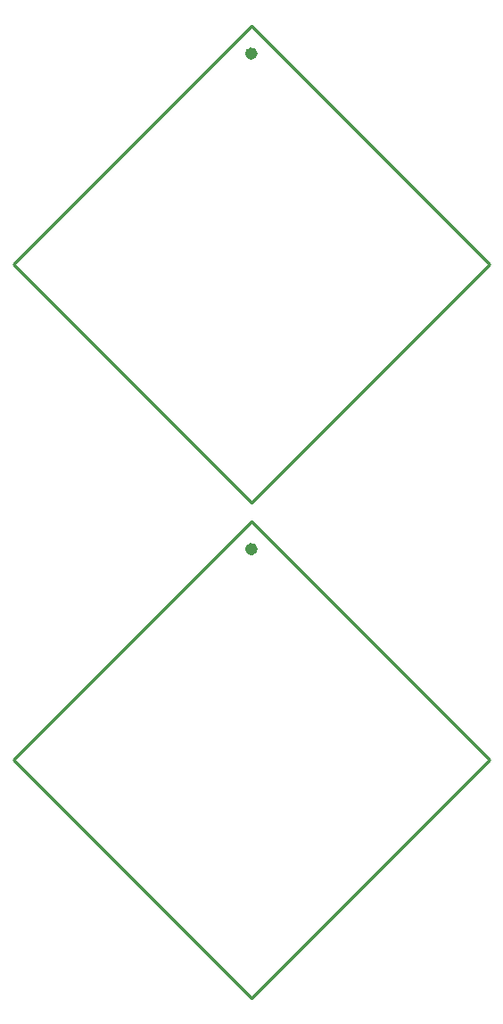
<source format=gto>
G04*
G04 #@! TF.GenerationSoftware,Altium Limited,Altium Designer,21.6.1 (37)*
G04*
G04 Layer_Color=12040119*
%FSLAX25Y25*%
%MOIN*%
G70*
G04*
G04 #@! TF.SameCoordinates,C0504D16-1B66-4A67-A265-E874579EAF83*
G04*
G04*
G04 #@! TF.FilePolarity,Positive*
G04*
G01*
G75*
%ADD10C,0.02500*%
%ADD11C,0.01000*%
D10*
X880Y-13899D02*
G03*
X880Y-13899I-1000J0D01*
G01*
Y171140D02*
G03*
X880Y171140I-1000J0D01*
G01*
D11*
X0Y-3435D02*
X89084Y-92520D01*
X-89084D02*
X0Y-181604D01*
X89084Y-92520D01*
X-89084D02*
X0Y-3435D01*
Y181604D02*
X89084Y92520D01*
X-89084D02*
X0Y3435D01*
X89084Y92520D01*
X-89084D02*
X0Y181604D01*
M02*

</source>
